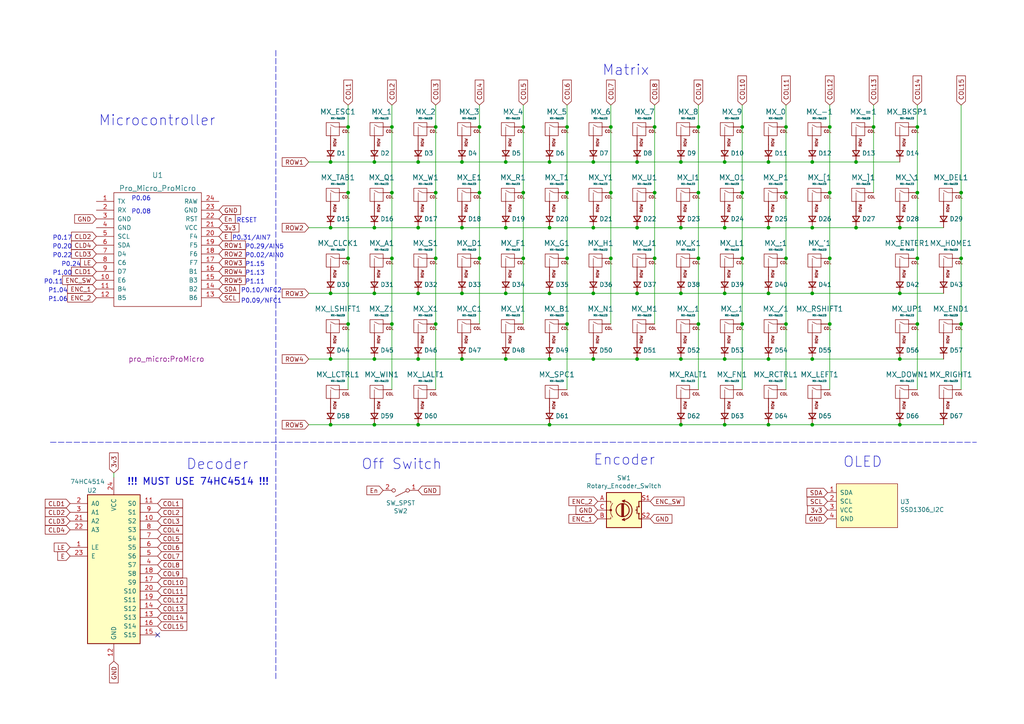
<source format=kicad_sch>
(kicad_sch (version 20211123) (generator eeschema)
  (paper "A4")
  (lib_symbols
    (symbol "Device:D_Small" (pin_numbers hide) (pin_names (offset 0.254) hide)
      (property "Reference" "D" (at -1.27 2.032 0))
      (property "Value" "D_Small" (at -3.81 -2.032 0))
      (symbol "D_Small_1_1"
        (pin passive line (at -2.54 0 0) (length 1.778) (name "K") (number "1"))
        (pin passive line (at 2.54 0 180) (length 1.778) (name "A") (number "2"))
      )
    )
    (symbol "Dissatisfaction65-rescue:Rotary_Encoder_Switch-Device" (pin_names (offset 0.254) hide)
      (property "Reference" "SW" (at 0 6.604 0))
      (property "Value" "Rotary_Encoder_Switch-Device" (at 0 -6.604 0))
      (symbol "Rotary_Encoder_Switch-Device_1_1"
        (pin passive line (at -7.62 2.54 0) (length 2.54) (name "A") (number "A"))
        (pin passive line (at -7.62 -2.54 0) (length 2.54) (name "B") (number "B"))
        (pin passive line (at -7.62 0 0) (length 2.54) (name "C") (number "C"))
        (pin passive line (at 7.62 2.54 180) (length 2.54) (name "S1") (number "S1"))
        (pin passive line (at 7.62 -2.54 180) (length 2.54) (name "S2") (number "S2"))
      )
    )
    (symbol "Dissatisfaction65:74HC4515" (pin_names (offset 1.016))
      (property "Reference" "U" (at -13.97 -6.35 0))
      (property "Value" "74HC4515" (at -13.97 -10.16 0))
      (symbol "74HC4515_1_1"
        (pin input line (at -12.7 5.08 0) (length 5.08) (name "LE") (number "1"))
        (pin output line (at 12.7 12.7 180) (length 5.08) (name "S2") (number "10"))
        (pin output line (at 12.7 17.78 180) (length 5.08) (name "S0") (number "11"))
        (pin power_in line (at 0 -27.94 90) (length 5.08) (name "GND") (number "12"))
        (pin output line (at 12.7 -15.24 180) (length 5.08) (name "S13") (number "13"))
        (pin output line (at 12.7 -12.7 180) (length 5.08) (name "S12") (number "14"))
        (pin output line (at 12.7 -20.32 180) (length 5.08) (name "S15") (number "15"))
        (pin output line (at 12.7 -17.78 180) (length 5.08) (name "S14") (number "16"))
        (pin output line (at 12.7 -5.08 180) (length 5.08) (name "S9") (number "17"))
        (pin output line (at 12.7 -2.54 180) (length 5.08) (name "S8") (number "18"))
        (pin output line (at 12.7 -10.16 180) (length 5.08) (name "S11") (number "19"))
        (pin input line (at -12.7 17.78 0) (length 5.08) (name "A0") (number "2"))
        (pin output line (at 12.7 -7.62 180) (length 5.08) (name "S10") (number "20"))
        (pin input line (at -12.7 12.7 0) (length 5.08) (name "A2") (number "21"))
        (pin input line (at -12.7 10.16 0) (length 5.08) (name "A3") (number "22"))
        (pin input line (at -12.7 2.54 0) (length 5.08) (name "E") (number "23"))
        (pin power_in line (at 0 25.4 270) (length 5.08) (name "VCC") (number "24"))
        (pin input line (at -12.7 15.24 0) (length 5.08) (name "A1") (number "3"))
        (pin output line (at 12.7 0 180) (length 5.08) (name "S7") (number "4"))
        (pin output line (at 12.7 2.54 180) (length 5.08) (name "S6") (number "5"))
        (pin output line (at 12.7 5.08 180) (length 5.08) (name "S5") (number "6"))
        (pin output line (at 12.7 7.62 180) (length 5.08) (name "S4") (number "7"))
        (pin output line (at 12.7 10.16 180) (length 5.08) (name "S3") (number "8"))
        (pin output line (at 12.7 15.24 180) (length 5.08) (name "S1") (number "9"))
      )
    )
    (symbol "Dissatisfaction65:SSD1306_I2C" (pin_names (offset 1.016))
      (property "Reference" "U" (at 0 8.89 0))
      (property "Value" "SSD1306_I2C" (at 0 6.35 0))
      (symbol "SSD1306_I2C_1_1"
        (pin input line (at -11.43 2.54 0) (length 2.54) (name "SDA") (number "1"))
        (pin input line (at -11.43 0 0) (length 2.54) (name "SCL") (number "2"))
        (pin input line (at -11.43 -2.54 0) (length 2.54) (name "VCC") (number "3"))
        (pin input line (at -11.43 -5.08 0) (length 2.54) (name "GND") (number "4"))
      )
    )
    (symbol "MX_Alps_Hybrid:MX-NoLED" (pin_names (offset 1.016))
      (property "Reference" "MX" (at -0.635 3.81 0))
      (property "Value" "MX-NoLED" (at -0.635 1.27 0))
      (symbol "MX-NoLED_0_0"
        (text "COL" (at 3.175 0 0) (effects (font (size 0.762 0.762))))
        (text "ROW" (at 0 -1.905 900) (effects (font (size 0.762 0.762)) (justify right)))
      )
      (symbol "MX-NoLED_1_1"
        (pin passive line (at 3.81 1.27 180) (length 2.54) (name "COL") (number "1"))
        (pin passive line (at -1.27 -3.81 90) (length 2.54) (name "ROW") (number "2"))
      )
    )
    (symbol "Switch:SW_SPST" (pin_names (offset 0) hide)
      (property "Reference" "SW" (at 0 3.175 0))
      (property "Value" "SW_SPST" (at 0 -2.54 0))
      (symbol "SW_SPST_1_1"
        (pin passive line (at -5.08 0 0) (length 2.54) (name "A") (number "1"))
        (pin passive line (at 5.08 0 180) (length 2.54) (name "B") (number "2"))
      )
    )
    (symbol "unix60pcb-cache:Pro_Micro_ProMicro" (pin_names (offset 1.016))
      (property "Reference" "U" (at 0 24.13 0))
      (property "Value" "Pro_Micro_ProMicro" (at 0 -13.97 0))
      (symbol "Pro_Micro_ProMicro_1_1"
        (pin bidirectional line (at -17.78 19.05 0) (length 5.08) (name "TX") (number "1"))
        (pin bidirectional line (at -17.78 -3.81 0) (length 5.08) (name "E6") (number "10"))
        (pin bidirectional line (at -17.78 -6.35 0) (length 5.08) (name "B4") (number "11"))
        (pin bidirectional line (at -17.78 -8.89 0) (length 5.08) (name "B5") (number "12"))
        (pin bidirectional line (at 17.78 -8.89 180) (length 5.08) (name "B6") (number "13"))
        (pin bidirectional line (at 17.78 -6.35 180) (length 5.08) (name "B2") (number "14"))
        (pin bidirectional line (at 17.78 -3.81 180) (length 5.08) (name "B3") (number "15"))
        (pin bidirectional line (at 17.78 -1.27 180) (length 5.08) (name "B1") (number "16"))
        (pin bidirectional line (at 17.78 1.27 180) (length 5.08) (name "F7") (number "17"))
        (pin bidirectional line (at 17.78 3.81 180) (length 5.08) (name "F6") (number "18"))
        (pin bidirectional line (at 17.78 6.35 180) (length 5.08) (name "F5") (number "19"))
        (pin bidirectional line (at -17.78 16.51 0) (length 5.08) (name "RX") (number "2"))
        (pin bidirectional line (at 17.78 8.89 180) (length 5.08) (name "F4") (number "20"))
        (pin power_in line (at 17.78 11.43 180) (length 5.08) (name "VCC") (number "21"))
        (pin input line (at 17.78 13.97 180) (length 5.08) (name "RST") (number "22"))
        (pin power_in line (at 17.78 16.51 180) (length 5.08) (name "GND") (number "23"))
        (pin power_out line (at 17.78 19.05 180) (length 5.08) (name "RAW") (number "24"))
        (pin power_in line (at -17.78 13.97 0) (length 5.08) (name "GND") (number "3"))
        (pin power_in line (at -17.78 11.43 0) (length 5.08) (name "GND") (number "4"))
        (pin bidirectional line (at -17.78 8.89 0) (length 5.08) (name "SCL") (number "5"))
        (pin bidirectional line (at -17.78 6.35 0) (length 5.08) (name "SDA") (number "6"))
        (pin bidirectional line (at -17.78 3.81 0) (length 5.08) (name "D4") (number "7"))
        (pin bidirectional line (at -17.78 1.27 0) (length 5.08) (name "C6") (number "8"))
        (pin bidirectional line (at -17.78 -1.27 0) (length 5.08) (name "D7") (number "9"))
      )
    )
  )
  (junction (at 100.965 93.98))
  (junction (at 266.065 55.88))
  (junction (at 235.585 46.99))
  (junction (at 227.965 74.93))
  (junction (at 164.465 55.88))
  (junction (at 95.885 104.14))
  (junction (at 133.985 85.09))
  (junction (at 177.165 36.83))
  (junction (at 108.585 46.99))
  (junction (at 108.585 123.19))
  (junction (at 121.285 123.19))
  (junction (at 108.585 66.04))
  (junction (at 240.665 93.98))
  (junction (at 151.765 74.93))
  (junction (at 197.485 46.99))
  (junction (at 253.365 36.83))
  (junction (at 146.685 104.14))
  (junction (at 197.485 85.09))
  (junction (at 113.665 93.98))
  (junction (at 172.085 46.99))
  (junction (at 248.285 46.99))
  (junction (at 159.385 66.04))
  (junction (at 146.685 85.09))
  (junction (at 227.965 55.88))
  (junction (at 113.665 36.83))
  (junction (at 133.985 66.04))
  (junction (at 113.665 55.88))
  (junction (at 121.285 104.14))
  (junction (at 100.965 74.93))
  (junction (at 240.665 74.93))
  (junction (at 215.265 55.88))
  (junction (at 100.965 36.83))
  (junction (at 113.665 74.93))
  (junction (at 146.685 46.99))
  (junction (at 184.785 104.14))
  (junction (at 126.365 74.93))
  (junction (at 184.785 46.99))
  (junction (at 235.585 123.19))
  (junction (at 95.885 46.99))
  (junction (at 260.985 104.14))
  (junction (at 202.565 36.83))
  (junction (at 95.885 66.04))
  (junction (at 222.885 123.19))
  (junction (at 159.385 46.99))
  (junction (at 227.965 93.98))
  (junction (at 172.085 66.04))
  (junction (at 164.465 93.98))
  (junction (at 260.985 123.19))
  (junction (at 202.565 55.88))
  (junction (at 260.985 85.09))
  (junction (at 126.365 55.88))
  (junction (at 126.365 93.98))
  (junction (at 235.585 85.09))
  (junction (at 215.265 74.93))
  (junction (at 266.065 36.83))
  (junction (at 121.285 46.99))
  (junction (at 210.185 123.19))
  (junction (at 222.885 85.09))
  (junction (at 210.185 66.04))
  (junction (at 210.185 85.09))
  (junction (at 248.285 66.04))
  (junction (at 164.465 36.83))
  (junction (at 108.585 104.14))
  (junction (at 240.665 36.83))
  (junction (at 266.065 74.93))
  (junction (at 159.385 85.09))
  (junction (at 146.685 66.04))
  (junction (at 121.285 66.04))
  (junction (at 260.985 66.04))
  (junction (at 172.085 104.14))
  (junction (at 95.885 123.19))
  (junction (at 133.985 104.14))
  (junction (at 95.885 85.09))
  (junction (at 222.885 104.14))
  (junction (at 197.485 66.04))
  (junction (at 278.765 55.88))
  (junction (at 172.085 85.09))
  (junction (at 189.865 55.88))
  (junction (at 184.785 85.09))
  (junction (at 266.065 93.98))
  (junction (at 151.765 55.88))
  (junction (at 139.065 55.88))
  (junction (at 177.165 74.93))
  (junction (at 202.565 93.98))
  (junction (at 222.885 66.04))
  (junction (at 227.965 36.83))
  (junction (at 278.765 93.98))
  (junction (at 108.585 85.09))
  (junction (at 164.465 74.93))
  (junction (at 100.965 55.88))
  (junction (at 240.665 55.88))
  (junction (at 121.285 85.09))
  (junction (at 189.865 74.93))
  (junction (at 210.185 104.14))
  (junction (at 235.585 104.14))
  (junction (at 139.065 74.93))
  (junction (at 133.985 46.99))
  (junction (at 202.565 74.93))
  (junction (at 139.065 36.83))
  (junction (at 151.765 36.83))
  (junction (at 210.185 46.99))
  (junction (at 197.485 123.19))
  (junction (at 177.165 55.88))
  (junction (at 189.865 36.83))
  (junction (at 235.585 66.04))
  (junction (at 159.385 123.19))
  (junction (at 159.385 104.14))
  (junction (at 222.885 46.99))
  (junction (at 215.265 93.98))
  (junction (at 184.785 66.04))
  (junction (at 197.485 104.14))
  (junction (at 215.265 36.83))
  (junction (at 126.365 36.83))
  (junction (at 278.765 74.93))
  (no_connect (at 45.72 184.15))
  (wire (pts (xy 177.165 93.98) (xy 177.165 74.93)))
  (wire (pts (xy 215.265 36.83) (xy 215.265 55.88)))
  (wire (pts (xy 253.365 55.88) (xy 253.365 36.83)))
  (wire (pts (xy 164.465 55.88) (xy 164.465 74.93)))
  (wire (pts (xy 227.965 36.83) (xy 227.965 30.48)))
  (wire (pts (xy 266.065 74.93) (xy 266.065 55.88)))
  (wire (pts (xy 121.285 123.19) (xy 159.385 123.19)))
  (wire (pts (xy 113.665 30.48) (xy 113.665 36.83)))
  (wire (pts (xy 222.885 104.14) (xy 235.585 104.14)))
  (wire (pts (xy 240.665 93.98) (xy 240.665 113.03)))
  (wire (pts (xy 210.185 104.14) (xy 222.885 104.14)))
  (wire (pts (xy 260.985 85.09) (xy 235.585 85.09)))
  (wire (pts (xy 202.565 55.88) (xy 202.565 36.83)))
  (wire (pts (xy 184.785 46.99) (xy 172.085 46.99)))
  (polyline (pts (xy 14.605 128.27) (xy 283.21 128.27)))
  (wire (pts (xy 210.185 85.09) (xy 197.485 85.09)))
  (wire (pts (xy 189.865 30.48) (xy 189.865 36.83)))
  (wire (pts (xy 248.285 46.99) (xy 235.585 46.99)))
  (wire (pts (xy 240.665 55.88) (xy 240.665 74.93)))
  (wire (pts (xy 278.765 93.98) (xy 278.765 113.03)))
  (wire (pts (xy 126.365 113.03) (xy 126.365 93.98)))
  (wire (pts (xy 100.965 55.88) (xy 100.965 74.93)))
  (wire (pts (xy 253.365 36.83) (xy 253.365 30.48)))
  (wire (pts (xy 210.185 46.99) (xy 197.485 46.99)))
  (wire (pts (xy 146.685 46.99) (xy 133.985 46.99)))
  (wire (pts (xy 266.065 55.88) (xy 266.065 36.83)))
  (wire (pts (xy 33.02 137.16) (xy 33.02 138.43)))
  (wire (pts (xy 248.285 66.04) (xy 235.585 66.04)))
  (wire (pts (xy 273.685 66.04) (xy 260.985 66.04)))
  (wire (pts (xy 189.865 55.88) (xy 189.865 74.93)))
  (wire (pts (xy 151.765 55.88) (xy 151.765 36.83)))
  (wire (pts (xy 172.085 104.14) (xy 184.785 104.14)))
  (wire (pts (xy 133.985 66.04) (xy 121.285 66.04)))
  (wire (pts (xy 260.985 66.04) (xy 248.285 66.04)))
  (wire (pts (xy 108.585 46.99) (xy 95.885 46.99)))
  (wire (pts (xy 126.365 93.98) (xy 126.365 74.93)))
  (wire (pts (xy 210.185 66.04) (xy 197.485 66.04)))
  (wire (pts (xy 159.385 46.99) (xy 146.685 46.99)))
  (wire (pts (xy 189.865 74.93) (xy 189.865 93.98)))
  (wire (pts (xy 139.065 74.93) (xy 139.065 93.98)))
  (wire (pts (xy 227.965 93.98) (xy 227.965 74.93)))
  (wire (pts (xy 197.485 104.14) (xy 210.185 104.14)))
  (wire (pts (xy 235.585 104.14) (xy 260.985 104.14)))
  (wire (pts (xy 172.085 85.09) (xy 159.385 85.09)))
  (wire (pts (xy 139.065 55.88) (xy 139.065 74.93)))
  (wire (pts (xy 215.265 55.88) (xy 215.265 74.93)))
  (wire (pts (xy 222.885 46.99) (xy 210.185 46.99)))
  (wire (pts (xy 172.085 46.99) (xy 159.385 46.99)))
  (wire (pts (xy 222.885 123.19) (xy 235.585 123.19)))
  (wire (pts (xy 108.585 66.04) (xy 95.885 66.04)))
  (wire (pts (xy 202.565 93.98) (xy 202.565 74.93)))
  (wire (pts (xy 146.685 85.09) (xy 133.985 85.09)))
  (wire (pts (xy 222.885 85.09) (xy 210.185 85.09)))
  (wire (pts (xy 113.665 113.03) (xy 113.665 93.98)))
  (wire (pts (xy 95.885 104.14) (xy 108.585 104.14)))
  (wire (pts (xy 126.365 55.88) (xy 126.365 36.83)))
  (wire (pts (xy 235.585 85.09) (xy 222.885 85.09)))
  (wire (pts (xy 240.665 30.48) (xy 240.665 36.83)))
  (wire (pts (xy 227.965 113.03) (xy 227.965 93.98)))
  (wire (pts (xy 108.585 123.19) (xy 121.285 123.19)))
  (wire (pts (xy 159.385 85.09) (xy 146.685 85.09)))
  (wire (pts (xy 95.885 123.19) (xy 89.535 123.19)))
  (wire (pts (xy 266.065 30.48) (xy 266.065 36.83)))
  (wire (pts (xy 222.885 66.04) (xy 210.185 66.04)))
  (wire (pts (xy 113.665 55.88) (xy 113.665 36.83)))
  (wire (pts (xy 266.065 113.03) (xy 266.065 93.98)))
  (wire (pts (xy 260.985 104.14) (xy 273.685 104.14)))
  (wire (pts (xy 240.665 74.93) (xy 240.665 93.98)))
  (wire (pts (xy 278.765 30.48) (xy 278.765 55.88)))
  (wire (pts (xy 159.385 66.04) (xy 146.685 66.04)))
  (wire (pts (xy 202.565 36.83) (xy 202.565 30.48)))
  (wire (pts (xy 164.465 30.48) (xy 164.465 36.83)))
  (wire (pts (xy 121.285 85.09) (xy 108.585 85.09)))
  (wire (pts (xy 121.285 66.04) (xy 108.585 66.04)))
  (wire (pts (xy 100.965 30.48) (xy 100.965 36.83)))
  (wire (pts (xy 133.985 46.99) (xy 121.285 46.99)))
  (wire (pts (xy 278.765 74.93) (xy 278.765 93.98)))
  (wire (pts (xy 89.535 85.09) (xy 95.885 85.09)))
  (wire (pts (xy 215.265 93.98) (xy 215.265 113.03)))
  (wire (pts (xy 95.885 123.19) (xy 108.585 123.19)))
  (wire (pts (xy 95.885 104.14) (xy 89.535 104.14)))
  (wire (pts (xy 177.165 36.83) (xy 177.165 30.48)))
  (wire (pts (xy 278.765 55.88) (xy 278.765 74.93)))
  (wire (pts (xy 126.365 36.83) (xy 126.365 30.48)))
  (wire (pts (xy 159.385 104.14) (xy 172.085 104.14)))
  (wire (pts (xy 210.185 123.19) (xy 222.885 123.19)))
  (wire (pts (xy 100.965 74.93) (xy 100.965 93.98)))
  (wire (pts (xy 197.485 85.09) (xy 184.785 85.09)))
  (wire (pts (xy 235.585 46.99) (xy 222.885 46.99)))
  (wire (pts (xy 184.785 104.14) (xy 197.485 104.14)))
  (wire (pts (xy 266.065 93.98) (xy 266.065 74.93)))
  (wire (pts (xy 139.065 36.83) (xy 139.065 55.88)))
  (wire (pts (xy 126.365 74.93) (xy 126.365 55.88)))
  (wire (pts (xy 95.885 66.04) (xy 89.535 66.04)))
  (wire (pts (xy 121.285 46.99) (xy 108.585 46.99)))
  (wire (pts (xy 197.485 46.99) (xy 184.785 46.99)))
  (wire (pts (xy 177.165 55.88) (xy 177.165 36.83)))
  (wire (pts (xy 100.965 93.98) (xy 100.965 113.03)))
  (wire (pts (xy 133.985 85.09) (xy 121.285 85.09)))
  (wire (pts (xy 240.665 36.83) (xy 240.665 55.88)))
  (wire (pts (xy 227.965 55.88) (xy 227.965 36.83)))
  (wire (pts (xy 215.265 30.48) (xy 215.265 36.83)))
  (wire (pts (xy 164.465 74.93) (xy 164.465 93.98)))
  (wire (pts (xy 146.685 104.14) (xy 159.385 104.14)))
  (polyline (pts (xy 80.01 14.605) (xy 80.01 196.85)))
  (wire (pts (xy 151.765 36.83) (xy 151.765 30.48)))
  (wire (pts (xy 151.765 93.98) (xy 151.765 74.93)))
  (wire (pts (xy 260.985 123.19) (xy 273.685 123.19)))
  (wire (pts (xy 177.165 74.93) (xy 177.165 55.88)))
  (wire (pts (xy 215.265 74.93) (xy 215.265 93.98)))
  (wire (pts (xy 164.465 93.98) (xy 164.465 113.03)))
  (wire (pts (xy 113.665 93.98) (xy 113.665 74.93)))
  (wire (pts (xy 95.885 46.99) (xy 89.535 46.99)))
  (wire (pts (xy 159.385 123.19) (xy 197.485 123.19)))
  (wire (pts (xy 151.765 74.93) (xy 151.765 55.88)))
  (wire (pts (xy 133.985 104.14) (xy 146.685 104.14)))
  (wire (pts (xy 235.585 123.19) (xy 260.985 123.19)))
  (wire (pts (xy 202.565 74.93) (xy 202.565 55.88)))
  (wire (pts (xy 108.585 104.14) (xy 121.285 104.14)))
  (wire (pts (xy 113.665 74.93) (xy 113.665 55.88)))
  (wire (pts (xy 184.785 66.04) (xy 172.085 66.04)))
  (wire (pts (xy 108.585 85.09) (xy 95.885 85.09)))
  (wire (pts (xy 189.865 36.83) (xy 189.865 55.88)))
  (wire (pts (xy 227.965 74.93) (xy 227.965 55.88)))
  (wire (pts (xy 184.785 85.09) (xy 172.085 85.09)))
  (wire (pts (xy 100.965 36.83) (xy 100.965 55.88)))
  (wire (pts (xy 197.485 123.19) (xy 210.185 123.19)))
  (wire (pts (xy 139.065 30.48) (xy 139.065 36.83)))
  (wire (pts (xy 172.085 66.04) (xy 159.385 66.04)))
  (wire (pts (xy 146.685 66.04) (xy 133.985 66.04)))
  (wire (pts (xy 235.585 66.04) (xy 222.885 66.04)))
  (wire (pts (xy 164.465 36.83) (xy 164.465 55.88)))
  (wire (pts (xy 260.985 46.99) (xy 248.285 46.99)))
  (wire (pts (xy 273.685 85.09) (xy 260.985 85.09)))
  (wire (pts (xy 197.485 66.04) (xy 184.785 66.04)))
  (wire (pts (xy 202.565 113.03) (xy 202.565 93.98)))
  (wire (pts (xy 121.285 104.14) (xy 133.985 104.14)))
  (text "P0.20\n" (at 15.2062 72.3678 0) (effects (font (size 1.27 1.27)) (justify left bottom)))
  (text "P0.08\n" (at 38.1 62.23 0) (effects (font (size 1.27 1.27)) (justify left bottom)))
  (text "P0.24\n" (at 17.78 77.47 0) (effects (font (size 1.27 1.27)) (justify left bottom)))
  (text "P0.29/AIN5\n" (at 71.12 72.39 0) (effects (font (size 1.27 1.27)) (justify left bottom)))
  (text "!!! MUST USE 74HC4514 !!!" (at 36.83 140.97 0) (effects (font (size 2 2) (thickness 0.254) bold) (justify left bottom)))
  (text "Decoder" (at 53.975 136.525 0) (effects (font (size 2.9972 2.9972)) (justify left bottom)))
  (text "P1.06\n" (at 13.97 87.63 0) (effects (font (size 1.27 1.27)) (justify left bottom)))
  (text "P1.11\n" (at 71.12 82.55 0) (effects (font (size 1.27 1.27)) (justify left bottom)))
  (text "P0.31/AIN7" (at 67.31 69.85 0) (effects (font (size 1.27 1.27)) (justify left bottom)))
  (text "Microcontroller" (at 28.575 36.83 0) (effects (font (size 2.9972 2.9972)) (justify left bottom)))
  (text "P0.06\n" (at 38.1 58.42 0) (effects (font (size 1.27 1.27)) (justify left bottom)))
  (text "P0.22\n" (at 15.24 74.93 0) (effects (font (size 1.27 1.27)) (justify left bottom)))
  (text "Off Switch" (at 104.775 136.525 0) (effects (font (size 2.9972 2.9972)) (justify left bottom)))
  (text "P1.00\n" (at 15.24 80.01 0) (effects (font (size 1.27 1.27)) (justify left bottom)))
  (text "P0.02/AIN0\n" (at 71.12 74.93 0) (effects (font (size 1.27 1.27)) (justify left bottom)))
  (text "OLED" (at 244.475 135.89 0) (effects (font (size 2.9972 2.9972)) (justify left bottom)))
  (text "P0.10/NFC2\n" (at 69.85 85.09 0) (effects (font (size 1.27 1.27)) (justify left bottom)))
  (text "Matrix" (at 174.625 22.225 0) (effects (font (size 2.9972 2.9972)) (justify left bottom)))
  (text "P0.09/NFC1\n\n" (at 69.85 90.17 0) (effects (font (size 1.27 1.27)) (justify left bottom)))
  (text "P1.04\n" (at 13.97 85.09 0) (effects (font (size 1.27 1.27)) (justify left bottom)))
  (text "P0.11\n" (at 12.7 82.55 0) (effects (font (size 1.27 1.27)) (justify left bottom)))
  (text "RESET" (at 68.58 64.77 0) (effects (font (size 1.27 1.27)) (justify left bottom)))
  (text "Encoder" (at 172.085 135.255 0) (effects (font (size 2.9972 2.9972)) (justify left bottom)))
  (text "P1.13\n" (at 71.12 80.01 0) (effects (font (size 1.27 1.27)) (justify left bottom)))
  (text "P1.15" (at 71.12 77.47 0) (effects (font (size 1.27 1.27)) (justify left bottom)))
  (text "P0.17\n" (at 15.24 69.85 0) (effects (font (size 1.27 1.27)) (justify left bottom)))
  (global_label "GND" (shape input) (at 33.02 191.77 270) (property "Intersheet References" "${INTERSHEET_REFS}" (effects hide)))
  (global_label "GND" (shape input) (at 27.94 63.5 180) (property "Intersheet References" "${INTERSHEET_REFS}" (effects hide)))
  (global_label "ENC_2" (shape input) (at 27.94 86.36 180) (property "Intersheet References" "${INTERSHEET_REFS}" (effects hide)))
  (global_label "ROW2" (shape input) (at 63.5 73.66 0) (property "Intersheet References" "${INTERSHEET_REFS}" (effects hide)))
  (global_label "COL13" (shape input) (at 45.72 176.53 0) (property "Intersheet References" "${INTERSHEET_REFS}" (effects hide)))
  (global_label "COL12" (shape input) (at 45.72 173.99 0) (property "Intersheet References" "${INTERSHEET_REFS}" (effects hide)))
  (global_label "CLD3" (shape input) (at 27.94 73.66 180) (property "Intersheet References" "${INTERSHEET_REFS}" (effects hide)))
  (global_label "COL1" (shape input) (at 45.72 146.05 0) (property "Intersheet References" "${INTERSHEET_REFS}" (effects hide)))
  (global_label "GND" (shape input) (at 188.595 150.495 0) (property "Intersheet References" "${INTERSHEET_REFS}" (effects hide)))
  (global_label "E" (shape input) (at 63.5 68.58 0) (property "Intersheet References" "${INTERSHEET_REFS}" (effects hide)))
  (global_label "E" (shape input) (at 20.32 161.29 180) (property "Intersheet References" "${INTERSHEET_REFS}" (effects hide)))
  (global_label "COL4" (shape input) (at 45.72 153.67 0) (property "Intersheet References" "${INTERSHEET_REFS}" (effects hide)))
  (global_label "En" (shape input) (at 111.125 142.24 180) (property "Intersheet References" "${INTERSHEET_REFS}" (effects hide)))
  (global_label "CLD2" (shape input) (at 27.94 68.58 180) (property "Intersheet References" "${INTERSHEET_REFS}" (effects hide)))
  (global_label "SCL" (shape input) (at 63.5 86.36 0) (property "Intersheet References" "${INTERSHEET_REFS}" (effects hide)))
  (global_label "CLD1" (shape input) (at 20.32 146.05 180) (property "Intersheet References" "${INTERSHEET_REFS}" (effects hide)))
  (global_label "GND" (shape input) (at 173.355 147.955 180) (property "Intersheet References" "${INTERSHEET_REFS}" (effects hide)))
  (global_label "COL9" (shape input) (at 45.72 166.37 0) (property "Intersheet References" "${INTERSHEET_REFS}" (effects hide)))
  (global_label "ENC_SW" (shape input) (at 27.94 81.28 180) (property "Intersheet References" "${INTERSHEET_REFS}" (effects hide)))
  (global_label "ENC_1" (shape input) (at 173.355 150.495 180) (property "Intersheet References" "${INTERSHEET_REFS}" (effects hide)))
  (global_label "ROW3" (shape input) (at 89.535 85.09 180) (property "Intersheet References" "${INTERSHEET_REFS}" (effects hide)))
  (global_label "SDA" (shape input) (at 240.03 142.875 180) (property "Intersheet References" "${INTERSHEET_REFS}" (effects hide)))
  (global_label "COL9" (shape input) (at 202.565 30.48 90) (property "Intersheet References" "${INTERSHEET_REFS}" (effects hide)))
  (global_label "COL11" (shape input) (at 227.965 30.48 90) (property "Intersheet References" "${INTERSHEET_REFS}" (effects hide)))
  (global_label "ENC_1" (shape input) (at 27.94 83.82 180) (property "Intersheet References" "${INTERSHEET_REFS}" (effects hide)))
  (global_label "En" (shape input) (at 63.5 63.5 0) (property "Intersheet References" "${INTERSHEET_REFS}" (effects hide)))
  (global_label "ROW3" (shape input) (at 63.5 76.2 0) (property "Intersheet References" "${INTERSHEET_REFS}" (effects hide)))
  (global_label "ROW5" (shape input) (at 89.535 123.19 180) (property "Intersheet References" "${INTERSHEET_REFS}" (effects hide)))
  (global_label "SDA" (shape input) (at 63.5 83.82 0) (property "Intersheet References" "${INTERSHEET_REFS}" (effects hide)))
  (global_label "SCL" (shape input) (at 240.03 145.415 180) (property "Intersheet References" "${INTERSHEET_REFS}" (effects hide)))
  (global_label "3v3" (shape input) (at 240.03 147.955 180) (property "Intersheet References" "${INTERSHEET_REFS}" (effects hide)))
  (global_label "CLD4" (shape input) (at 20.32 153.67 180) (property "Intersheet References" "${INTERSHEET_REFS}" (effects hide)))
  (global_label "3v3" (shape input) (at 63.5 66.04 0) (property "Intersheet References" "${INTERSHEET_REFS}" (effects hide)))
  (global_label "COL6" (shape input) (at 164.465 30.48 90) (property "Intersheet References" "${INTERSHEET_REFS}" (effects hide)))
  (global_label "COL14" (shape input) (at 266.065 30.48 90) (property "Intersheet References" "${INTERSHEET_REFS}" (effects hide)))
  (global_label "ROW4" (shape input) (at 89.535 104.14 180) (property "Intersheet References" "${INTERSHEET_REFS}" (effects hide)))
  (global_label "GND" (shape input) (at 240.03 150.495 180) (property "Intersheet References" "${INTERSHEET_REFS}" (effects hide)))
  (global_label "ROW4" (shape input) (at 63.5 78.74 0) (property "Intersheet References" "${INTERSHEET_REFS}" (effects hide)))
  (global_label "COL6" (shape input) (at 45.72 158.75 0) (property "Intersheet References" "${INTERSHEET_REFS}" (effects hide)))
  (global_label "LE" (shape input) (at 20.32 158.75 180) (property "Intersheet References" "${INTERSHEET_REFS}" (effects hide)))
  (global_label "COL1" (shape input) (at 100.965 30.48 90) (property "Intersheet References" "${INTERSHEET_REFS}" (effects hide)))
  (global_label "COL4" (shape input) (at 139.065 30.48 90) (property "Intersheet References" "${INTERSHEET_REFS}" (effects hide)))
  (global_label "CLD2" (shape input) (at 20.32 148.59 180) (property "Intersheet References" "${INTERSHEET_REFS}" (effects hide)))
  (global_label "COL10" (shape input) (at 215.265 30.48 90) (property "Intersheet References" "${INTERSHEET_REFS}" (effects hide)))
  (global_label "CLD1" (shape input) (at 27.94 78.74 180) (property "Intersheet References" "${INTERSHEET_REFS}" (effects hide)))
  (global_label "COL8" (shape input) (at 45.72 163.83 0) (property "Intersheet References" "${INTERSHEET_REFS}" (effects hide)))
  (global_label "ROW1" (shape input) (at 89.535 46.99 180) (property "Intersheet References" "${INTERSHEET_REFS}" (effects hide)))
  (global_label "GND" (shape input) (at 63.5 60.96 0) (property "Intersheet References" "${INTERSHEET_REFS}" (effects hide)))
  (global_label "COL11" (shape input) (at 45.72 171.45 0) (property "Intersheet References" "${INTERSHEET_REFS}" (effects hide)))
  (global_label "ENC_SW" (shape input) (at 188.595 145.415 0) (property "Intersheet References" "${INTERSHEET_REFS}" (effects hide)))
  (global_label "ROW5" (shape input) (at 63.5 81.28 0) (property "Intersheet References" "${INTERSHEET_REFS}" (effects hide)))
  (global_label "LE" (shape input) (at 27.94 76.2 180) (property "Intersheet References" "${INTERSHEET_REFS}" (effects hide)))
  (global_label "COL10" (shape input) (at 45.72 168.91 0) (property "Intersheet References" "${INTERSHEET_REFS}" (effects hide)))
  (global_label "COL2" (shape input) (at 113.665 30.48 90) (property "Intersheet References" "${INTERSHEET_REFS}" (effects hide)))
  (global_label "GND" (shape input) (at 121.285 142.24 0) (property "Intersheet References" "${INTERSHEET_REFS}" (effects hide)))
  (global_label "ENC_2" (shape input) (at 173.355 145.415 180) (property "Intersheet References" "${INTERSHEET_REFS}" (effects hide)))
  (global_label "COL14" (shape input) (at 45.72 179.07 0) (property "Intersheet References" "${INTERSHEET_REFS}" (effects hide)))
  (global_label "COL2" (shape input) (at 45.72 148.59 0) (property "Intersheet References" "${INTERSHEET_REFS}" (effects hide)))
  (global_label "COL7" (shape input) (at 177.165 30.48 90) (property "Intersheet References" "${INTERSHEET_REFS}" (effects hide)))
  (global_label "CLD3" (shape input) (at 20.32 151.13 180) (property "Intersheet References" "${INTERSHEET_REFS}" (effects hide)))
  (global_label "COL7" (shape input) (at 45.72 161.29 0) (property "Intersheet References" "${INTERSHEET_REFS}" (effects hide)))
  (global_label "CLD4" (shape input) (at 27.94 71.12 180) (property "Intersheet References" "${INTERSHEET_REFS}" (effects hide)))
  (global_label "COL13" (shape input) (at 253.365 30.48 90) (property "Intersheet References" "${INTERSHEET_REFS}" (effects hide)))
  (global_label "ROW2" (shape input) (at 89.535 66.04 180) (property "Intersheet References" "${INTERSHEET_REFS}" (effects hide)))
  (global_label "COL5" (shape input) (at 45.72 156.21 0) (property "Intersheet References" "${INTERSHEET_REFS}" (effects hide)))
  (global_label "COL3" (shape input) (at 45.72 151.13 0) (property "Intersheet References" "${INTERSHEET_REFS}" (effects hide)))
  (global_label "COL12" (shape input) (at 240.665 30.48 90) (property "Intersheet References" "${INTERSHEET_REFS}" (effects hide)))
  (global_label "COL3" (shape input) (at 126.365 30.48 90) (property "Intersheet References" "${INTERSHEET_REFS}" (effects hide)))
  (global_label "COL15" (shape input) (at 278.765 30.48 90) (property "Intersheet References" "${INTERSHEET_REFS}" (effects hide)))
  (global_label "3v3" (shape input) (at 33.02 137.16 90) (property "Intersheet References" "${INTERSHEET_REFS}" (effects hide)))
  (global_label "COL5" (shape input) (at 151.765 30.48 90) (property "Intersheet References" "${INTERSHEET_REFS}" (effects hide)))
  (global_label "COL15" (shape input) (at 45.72 181.61 0) (property "Intersheet References" "${INTERSHEET_REFS}" (effects hide)))
  (global_label "COL8" (shape input) (at 189.865 30.48 90) (property "Intersheet References" "${INTERSHEET_REFS}" (effects hide)))
  (global_label "ROW1" (shape input) (at 63.5 71.12 0) (property "Intersheet References" "${INTERSHEET_REFS}" (effects hide)))
  (symbol (lib_id "MX_Alps_Hybrid:MX-NoLED") (at 97.155 38.1 0) (unit 1)
    (property "Reference" "MX_ESC1" (at 97.9932 32.4358 0) (effects (font (size 1.524 1.524))))
    (property "Value" "MX-NoLED" (at 97.9932 34.3154 0) (effects (font (size 0.508 0.508))))
    (property "Footprint" "MX_Only:MXOnly-1U-NoLED" (effects hide))
  )
  (symbol (lib_id "MX_Alps_Hybrid:MX-NoLED") (at 109.855 38.1 0) (unit 1)
    (property "Reference" "MX_1" (at 110.6932 32.4358 0) (effects (font (size 1.524 1.524))))
    (property "Value" "MX-NoLED" (at 110.6932 34.3154 0) (effects (font (size 0.508 0.508))))
    (property "Footprint" "MX_Only:MXOnly-1U-NoLED" (effects hide))
  )
  (symbol (lib_id "MX_Alps_Hybrid:MX-NoLED") (at 122.555 38.1 0) (unit 1)
    (property "Reference" "MX_2" (at 123.3932 32.4358 0) (effects (font (size 1.524 1.524))))
    (property "Value" "MX-NoLED" (at 123.3932 34.3154 0) (effects (font (size 0.508 0.508))))
    (property "Footprint" "MX_Only:MXOnly-1U-NoLED" (effects hide))
  )
  (symbol (lib_id "MX_Alps_Hybrid:MX-NoLED") (at 135.255 38.1 0) (unit 1)
    (property "Reference" "MX_3" (at 136.0932 32.4358 0) (effects (font (size 1.524 1.524))))
    (property "Value" "MX-NoLED" (at 136.0932 34.3154 0) (effects (font (size 0.508 0.508))))
    (property "Footprint" "MX_Only:MXOnly-1U-NoLED" (effects hide))
  )
  (symbol (lib_id "MX_Alps_Hybrid:MX-NoLED") (at 147.955 38.1 0) (unit 1)
    (property "Reference" "MX_4" (at 148.7932 32.4358 0) (effects (font (size 1.524 1.524))))
    (property "Value" "MX-NoLED" (at 148.7932 34.3154 0) (effects (font (size 0.508 0.508))))
    (property "Footprint" "MX_Only:MXOnly-1U-NoLED" (effects hide))
  )
  (symbol (lib_id "Dissatisfaction65-rescue:Rotary_Encoder_Switch-Device") (at 180.975 147.955 0) (unit 1)
    (property "Reference" "SW1" (at 180.975 138.6332 0))
    (property "Value" "Rotary_Encoder_Switch" (at 180.975 140.9446 0))
    (property "Footprint" "Rotary_Encoder:RotaryEncoder_Alps_EC11E-Switch_Vertical_H20mm" (effects hide))
  )
  (symbol (lib_id "Dissatisfaction65:74HC4515") (at 33.02 163.83 0) (unit 1)
    (property "Reference" "U2" (at 26.67 142.24 0))
    (property "Value" "74HC4514" (at 25.4 139.7 0))
    (property "Footprint" "Package_SO:SOIC-24W_7.5x15.4mm_P1.27mm" (effects hide))
  )
  (symbol (lib_id "Dissatisfaction65:SSD1306_I2C") (at 251.46 145.415 0) (unit 1)
    (property "Reference" "U3" (at 261.0612 145.5166 0) (effects (justify left)))
    (property "Value" "SSD1306_I2C" (at 261.0612 147.828 0) (effects (justify left)))
    (property "Footprint" "Dissatisfaction65:OLED" (effects hide))
  )
  (symbol (lib_id "MX_Alps_Hybrid:MX-NoLED") (at 160.655 38.1 0) (unit 1)
    (property "Reference" "MX_5" (at 161.4932 32.4358 0) (effects (font (size 1.524 1.524))))
    (property "Value" "MX-NoLED" (at 161.4932 34.3154 0) (effects (font (size 0.508 0.508))))
    (property "Footprint" "MX_Only:MXOnly-1U-NoLED" (effects hide))
  )
  (symbol (lib_id "MX_Alps_Hybrid:MX-NoLED") (at 173.355 38.1 0) (unit 1)
    (property "Reference" "MX_6" (at 174.1932 32.4358 0) (effects (font (size 1.524 1.524))))
    (property "Value" "MX-NoLED" (at 174.1932 34.3154 0) (effects (font (size 0.508 0.508))))
    (property "Footprint" "MX_Only:MXOnly-1U-NoLED" (effects hide))
  )
  (symbol (lib_id "MX_Alps_Hybrid:MX-NoLED") (at 186.055 38.1 0) (unit 1)
    (property "Reference" "MX_7" (at 186.8932 32.4358 0) (effects (font (size 1.524 1.524))))
    (property "Value" "MX-NoLED" (at 186.8932 34.3154 0) (effects (font (size 0.508 0.508))))
    (property "Footprint" "MX_Only:MXOnly-1U-NoLED" (effects hide))
  )
  (symbol (lib_id "MX_Alps_Hybrid:MX-NoLED") (at 198.755 38.1 0) (unit 1)
    (property "Reference" "MX_8" (at 199.5932 32.4358 0) (effects (font (size 1.524 1.524))))
    (property "Value" "MX-NoLED" (at 199.5932 34.3154 0) (effects (font (size 0.508 0.508))))
    (property "Footprint" "MX_Only:MXOnly-1U-NoLED" (effects hide))
  )
  (symbol (lib_id "MX_Alps_Hybrid:MX-NoLED") (at 211.455 38.1 0) (unit 1)
    (property "Reference" "MX_9" (at 212.2932 32.4358 0) (effects (font (size 1.524 1.524))))
    (property "Value" "MX-NoLED" (at 212.2932 34.3154 0) (effects (font (size 0.508 0.508))))
    (property "Footprint" "MX_Only:MXOnly-1U-NoLED" (effects hide))
  )
  (symbol (lib_id "MX_Alps_Hybrid:MX-NoLED") (at 224.155 38.1 0) (unit 1)
    (property "Reference" "MX_0" (at 224.9932 32.4358 0) (effects (font (size 1.524 1.524))))
    (property "Value" "MX-NoLED" (at 224.9932 34.3154 0) (effects (font (size 0.508 0.508))))
    (property "Footprint" "MX_Only:MXOnly-1U-NoLED" (effects hide))
  )
  (symbol (lib_id "MX_Alps_Hybrid:MX-NoLED") (at 236.855 38.1 0) (unit 1)
    (property "Reference" "MX_-1" (at 237.6932 32.4358 0) (effects (font (size 1.524 1.524))))
    (property "Value" "MX-NoLED" (at 237.6932 34.3154 0) (effects (font (size 0.508 0.508))))
    (property "Footprint" "MX_Only:MXOnly-1U-NoLED" (effects hide))
  )
  (symbol (lib_id "MX_Alps_Hybrid:MX-NoLED") (at 249.555 38.1 0) (unit 1)
    (property "Reference" "MX_=1" (at 250.3932 32.4358 0) (effects (font (size 1.524 1.524))))
    (property "Value" "MX-NoLED" (at 250.3932 34.3154 0) (effects (font (size 0.508 0.508))))
    (property "Footprint" "MX_Only:MXOnly-1U-NoLED" (effects hide))
  )
  (symbol (lib_id "MX_Alps_Hybrid:MX-NoLED") (at 262.255 38.1 0) (unit 1)
    (property "Reference" "MX_BKSP1" (at 263.0932 32.4358 0) (effects (font (size 1.524 1.524))))
    (property "Value" "MX-NoLED" (at 263.0932 34.3154 0) (effects (font (size 0.508 0.508))))
    (property "Footprint" "MX_Only:MXOnly-2U-NoLED" (effects hide))
  )
  (symbol (lib_id "MX_Alps_Hybrid:MX-NoLED") (at 97.155 57.15 0) (unit 1)
    (property "Reference" "MX_TAB1" (at 97.9932 51.4858 0) (effects (font (size 1.524 1.524))))
    (property "Value" "MX-NoLED" (at 97.9932 53.3654 0) (effects (font (size 0.508 0.508))))
    (property "Footprint" "MX_Only:MXOnly-1.5U-NoLED" (effects hide))
  )
  (symbol (lib_id "MX_Alps_Hybrid:MX-NoLED") (at 109.855 57.15 0) (unit 1)
    (property "Reference" "MX_Q1" (at 110.6932 51.4858 0) (effects (font (size 1.524 1.524))))
    (property "Value" "MX-NoLED" (at 110.6932 53.3654 0) (effects (font (size 0.508 0.508))))
    (property "Footprint" "MX_Only:MXOnly-1U-NoLED" (effects hide))
  )
  (symbol (lib_id "MX_Alps_Hybrid:MX-NoLED") (at 122.555 57.15 0) (unit 1)
    (property "Reference" "MX_W1" (at 123.3932 51.4858 0) (effects (font (size 1.524 1.524))))
    (property "Value" "MX-NoLED" (at 123.3932 53.3654 0) (effects (font (size 0.508 0.508))))
    (property "Footprint" "MX_Only:MXOnly-1U-NoLED" (effects hide))
  )
  (symbol (lib_id "MX_Alps_Hybrid:MX-NoLED") (at 135.255 57.15 0) (unit 1)
    (property "Reference" "MX_E1" (at 136.0932 51.4858 0) (effects (font (size 1.524 1.524))))
    (property "Value" "MX-NoLED" (at 136.0932 53.3654 0) (effects (font (size 0.508 0.508))))
    (property "Footprint" "MX_Only:MXOnly-1U-NoLED" (effects hide))
  )
  (symbol (lib_id "MX_Alps_Hybrid:MX-NoLED") (at 147.955 57.15 0) (unit 1)
    (property "Reference" "MX_R1" (at 148.7932 51.4858 0) (effects (font (size 1.524 1.524))))
    (property "Value" "MX-NoLED" (at 148.7932 53.3654 0) (effects (font (size 0.508 0.508))))
    (property "Footprint" "MX_Only:MXOnly-1U-NoLED" (effects hide))
  )
  (symbol (lib_id "MX_Alps_Hybrid:MX-NoLED") (at 160.655 57.15 0) (unit 1)
    (property "Reference" "MX_T1" (at 161.4932 51.4858 0) (effects (font (size 1.524 1.524))))
    (property "Value" "MX-NoLED" (at 161.4932 53.3654 0) (effects (font (size 0.508 0.508))))
    (property "Footprint" "MX_Only:MXOnly-1U-NoLED" (effects hide))
  )
  (symbol (lib_id "MX_Alps_Hybrid:MX-NoLED") (at 173.355 57.15 0) (unit 1)
    (property "Reference" "MX_Y1" (at 174.1932 51.4858 0) (effects (font (size 1.524 1.524))))
    (property "Value" "MX-NoLED" (at 174.1932 53.3654 0) (effects (font (size 0.508 0.508))))
    (property "Footprint" "MX_Only:MXOnly-1U-NoLED" (effects hide))
  )
  (symbol (lib_id "MX_Alps_Hybrid:MX-NoLED") (at 186.055 57.15 0) (unit 1)
    (property "Reference" "MX_U1" (at 186.8932 51.4858 0) (effects (font (size 1.524 1.524))))
    (property "Value" "MX-NoLED" (at 186.8932 53.3654 0) (effects (font (size 0.508 0.508))))
    (property "Footprint" "MX_Only:MXOnly-1U-NoLED" (effects hide))
  )
  (symbol (lib_id "MX_Alps_Hybrid:MX-NoLED") (at 198.755 57.15 0) (unit 1)
    (property "Reference" "MX_I1" (at 199.5932 51.4858 0) (effects (font (size 1.524 1.524))))
    (property "Value" "MX-NoLED" (at 199.5932 53.3654 0) (effects (font (size 0.508 0.508))))
    (property "Footprint" "MX_Only:MXOnly-1U-NoLED" (effects hide))
  )
  (symbol (lib_id "MX_Alps_Hybrid:MX-NoLED") (at 211.455 57.15 0) (unit 1)
    (property "Reference" "MX_O1" (at 212.2932 51.4858 0) (effects (font (size 1.524 1.524))))
    (property "Value" "MX-NoLED" (at 212.2932 53.3654 0) (effects (font (size 0.508 0.508))))
    (property "Footprint" "MX_Only:MXOnly-1U-NoLED" (effects hide))
  )
  (symbol (lib_id "MX_Alps_Hybrid:MX-NoLED") (at 224.155 57.15 0) (unit 1)
    (property "Reference" "MX_P1" (at 224.9932 51.4858 0) (effects (font (size 1.524 1.524))))
    (property "Value" "MX-NoLED" (at 224.9932 53.3654 0) (effects (font (size 0.508 0.508))))
    (property "Footprint" "MX_Only:MXOnly-1U-NoLED" (effects hide))
  )
  (symbol (lib_id "MX_Alps_Hybrid:MX-NoLED") (at 236.855 57.15 0) (unit 1)
    (property "Reference" "MX_[1" (at 237.6932 51.4858 0) (effects (font (size 1.524 1.524))))
    (property "Value" "MX-NoLED" (at 237.6932 53.3654 0) (effects (font (size 0.508 0.508))))
    (property "Footprint" "MX_Only:MXOnly-1U-NoLED" (effects hide))
  )
  (symbol (lib_id "MX_Alps_Hybrid:MX-NoLED") (at 249.555 57.15 0) (unit 1)
    (property "Reference" "MX_]1" (at 250.3932 51.4858 0) (effects (font (size 1.524 1.524))))
    (property "Value" "MX-NoLED" (at 250.3932 53.3654 0) (effects (font (size 0.508 0.508))))
    (property "Footprint" "MX_Only:MXOnly-1U-NoLED" (effects hide))
  )
  (symbol (lib_id "MX_Alps_Hybrid:MX-NoLED") (at 262.255 57.15 0) (unit 1)
    (property "Reference" "MX_\\1" (at 263.0932 51.4858 0) (effects (font (size 1.524 1.524))))
    (property "Value" "MX-NoLED" (at 263.0932 53.3654 0) (effects (font (size 0.508 0.508))))
    (property "Footprint" "MX_Only:MXOnly-1.5U-NoLED" (effects hide))
  )
  (symbol (lib_id "MX_Alps_Hybrid:MX-NoLED") (at 274.955 57.15 0) (unit 1)
    (property "Reference" "MX_DEL1" (at 275.7932 51.4858 0) (effects (font (size 1.524 1.524))))
    (property "Value" "MX-NoLED" (at 275.7932 53.3654 0) (effects (font (size 0.508 0.508))))
    (property "Footprint" "MX_Only:MXOnly-1U-NoLED" (effects hide))
  )
  (symbol (lib_id "MX_Alps_Hybrid:MX-NoLED") (at 97.155 76.2 0) (unit 1)
    (property "Reference" "MX_CLCK1" (at 97.9932 70.5358 0) (effects (font (size 1.524 1.524))))
    (property "Value" "MX-NoLED" (at 97.9932 72.4154 0) (effects (font (size 0.508 0.508))))
    (property "Footprint" "MX_Only:MXOnly-1.75U-NoLED" (effects hide))
  )
  (symbol (lib_id "MX_Alps_Hybrid:MX-NoLED") (at 109.855 76.2 0) (unit 1)
    (property "Reference" "MX_A1" (at 110.6932 70.5358 0) (effects (font (size 1.524 1.524))))
    (property "Value" "MX-NoLED" (at 110.6932 72.4154 0) (effects (font (size 0.508 0.508))))
    (property "Footprint" "MX_Only:MXOnly-1U-NoLED" (effects hide))
  )
  (symbol (lib_id "MX_Alps_Hybrid:MX-NoLED") (at 122.555 76.2 0) (unit 1)
    (property "Reference" "MX_S1" (at 123.3932 70.5358 0) (effects (font (size 1.524 1.524))))
    (property "Value" "MX-NoLED" (at 123.3932 72.4154 0) (effects (font (size 0.508 0.508))))
    (property "Footprint" "MX_Only:MXOnly-1U-NoLED" (effects hide))
  )
  (symbol (lib_id "MX_Alps_Hybrid:MX-NoLED") (at 135.255 76.2 0) (unit 1)
    (property "Reference" "MX_D1" (at 136.0932 70.5358 0) (effects (font (size 1.524 1.524))))
    (property "Value" "MX-NoLED" (at 136.0932 72.4154 0) (effects (font (size 0.508 0.508))))
    (property "Footprint" "MX_Only:MXOnly-1U-NoLED" (effects hide))
  )
  (symbol (lib_id "MX_Alps_Hybrid:MX-NoLED") (at 147.955 76.2 0) (unit 1)
    (property "Reference" "MX_F1" (at 148.7932 70.5358 0) (effects (font (size 1.524 1.524))))
    (property "Value" "MX-NoLED" (at 148.7932 72.4154 0) (effects (font (size 0.508 0.508))))
    (property "Footprint" "MX_Only:MXOnly-1U-NoLED" (effects hide))
  )
  (symbol (lib_id "MX_Alps_Hybrid:MX-NoLED") (at 160.655 76.2 0) (unit 1)
    (property "Reference" "MX_G1" (at 161.4932 70.5358 0) (effects (font (size 1.524 1.524))))
    (property "Value" "MX-NoLED" (at 161.4932 72.4154 0) (effects (font (size 0.508 0.508))))
    (property "Footprint" "MX_Only:MXOnly-1U-NoLED" (effects hide))
  )
  (symbol (lib_id "MX_Alps_Hybrid:MX-NoLED") (at 173.355 76.2 0) (unit 1)
    (property "Reference" "MX_H1" (at 174.1932 70.5358 0) (effects (font (size 1.524 1.524))))
    (property "Value" "MX-NoLED" (at 174.1932 72.4154 0) (effects (font (size 0.508 0.508))))
    (property "Footprint" "MX_Only:MXOnly-1U-NoLED" (effects hide))
  )
  (symbol (lib_id "MX_Alps_Hybrid:MX-NoLED") (at 186.055 76.2 0) (unit 1)
    (property "Reference" "MX_J1" (at 186.8932 70.5358 0) (effects (font (size 1.524 1.524))))
    (property "Value" "MX-NoLED" (at 186.8932 72.4154 0) (effects (font (size 0.508 0.508))))
    (property "Footprint" "MX_Only:MXOnly-1U-NoLED" (effects hide))
  )
  (symbol (lib_id "MX_Alps_Hybrid:MX-NoLED") (at 198.755 76.2 0) (unit 1)
    (property "Reference" "MX_K1" (at 199.5932 70.5358 0) (effects (font (size 1.524 1.524))))
    (property "Value" "MX-NoLED" (at 199.5932 72.4154 0) (effects (font (size 0.508 0.508))))
    (property "Footprint" "MX_Only:MXOnly-1U-NoLED" (effects hide))
  )
  (symbol (lib_id "MX_Alps_Hybrid:MX-NoLED") (at 211.455 76.2 0) (unit 1)
    (property "Reference" "MX_L1" (at 212.2932 70.5358 0) (effects (font (size 1.524 1.524))))
    (property "Value" "MX-NoLED" (at 212.2932 72.4154 0) (effects (font (size 0.508 0.508))))
    (property "Footprint" "MX_Only:MXOnly-1U-NoLED" (effects hide))
  )
  (symbol (lib_id "MX_Alps_Hybrid:MX-NoLED") (at 224.155 76.2 0) (unit 1)
    (property "Reference" "MX_;1" (at 224.9932 70.5358 0) (effects (font (size 1.524 1.524))))
    (property "Value" "MX-NoLED" (at 224.9932 72.4154 0) (effects (font (size 0.508 0.508))))
    (property "Footprint" "MX_Only:MXOnly-1U-NoLED" (effects hide))
  )
  (symbol (lib_id "MX_Alps_Hybrid:MX-NoLED") (at 236.855 76.2 0) (unit 1)
    (property "Reference" "MX_'1" (at 237.6932 70.5358 0) (effects (font (size 1.524 1.524))))
    (property "Value" "MX-NoLED" (at 237.6932 72.4154 0) (effects (font (size 0.508 0.508))))
    (property "Footprint" "MX_Only:MXOnly-1U-NoLED" (effects hide))
  )
  (symbol (lib_id "MX_Alps_Hybrid:MX-NoLED") (at 262.255 76.2 0) (unit 1)
    (property "Reference" "MX_ENTER1" (at 263.0932 70.5358 0) (effects (font (size 1.524 1.524))))
    (property "Value" "MX-NoLED" (at 263.0932 72.4154 0) (effects (font (size 0.508 0.508))))
    (property "Footprint" "MX_Only:MXOnly-2.25U-NoLED" (effects hide))
  )
  (symbol (lib_id "MX_Alps_Hybrid:MX-NoLED") (at 274.955 76.2 0) (unit 1)
    (property "Reference" "MX_HOME1" (at 275.7932 70.5358 0) (effects (font (size 1.524 1.524))))
    (property "Value" "MX-NoLED" (at 275.7932 72.4154 0) (effects (font (size 0.508 0.508))))
    (property "Footprint" "MX_Only:MXOnly-1U-NoLED" (effects hide))
  )
  (symbol (lib_id "MX_Alps_Hybrid:MX-NoLED") (at 97.155 95.25 0) (unit 1)
    (property "Reference" "MX_LSHIFT1" (at 97.9932 89.5858 0) (effects (font (size 1.524 1.524))))
    (property "Value" "MX-NoLED" (at 97.9932 91.4654 0) (effects (font (size 0.508 0.508))))
    (property "Footprint" "MX_Only:MXOnly-2.25U-NoLED" (effects hide))
  )
  (symbol (lib_id "MX_Alps_Hybrid:MX-NoLED") (at 109.855 95.25 0) (unit 1)
    (property "Reference" "MX_Z1" (at 110.6932 89.5858 0) (effects (font (size 1.524 1.524))))
    (property "Value" "MX-NoLED" (at 110.6932 91.4654 0) (effects (font (size 0.508 0.508))))
    (property "Footprint" "MX_Only:MXOnly-1U-NoLED" (effects hide))
  )
  (symbol (lib_id "MX_Alps_Hybrid:MX-NoLED") (at 122.555 95.25 0) (unit 1)
    (property "Reference" "MX_X1" (at 123.3932 89.5858 0) (effects (font (size 1.524 1.524))))
    (property "Value" "MX-NoLED" (at 123.3932 91.4654 0) (effects (font (size 0.508 0.508))))
    (property "Footprint" "MX_Only:MXOnly-1U-NoLED" (effects hide))
  )
  (symbol (lib_id "MX_Alps_Hybrid:MX-NoLED") (at 135.255 95.25 0) (unit 1)
    (property "Reference" "MX_C1" (at 136.0932 89.5858 0) (effects (font (size 1.524 1.524))))
    (property "Value" "MX-NoLED" (at 136.0932 91.4654 0) (effects (font (size 0.508 0.508))))
    (property "Footprint" "MX_Only:MXOnly-1U-NoLED" (effects hide))
  )
  (symbol (lib_id "MX_Alps_Hybrid:MX-NoLED") (at 147.955 95.25 0) (unit 1)
    (property "Reference" "MX_V1" (at 148.7932 89.5858 0) (effects (font (size 1.524 1.524))))
    (property "Value" "MX-NoLED" (at 148.7932 91.4654 0) (effects (font (size 0.508 0.508))))
    (property "Footprint" "MX_Only:MXOnly-1U-NoLED" (effects hide))
  )
  (symbol (lib_id "MX_Alps_Hybrid:MX-NoLED") (at 160.655 95.25 0) (unit 1)
    (property "Reference" "MX_B1" (at 161.4932 89.5858 0) (effects (font (size 1.524 1.524))))
    (property "Value" "MX-NoLED" (at 161.4932 91.4654 0) (effects (font (size 0.508 0.508))))
    (property "Footprint" "MX_Only:MXOnly-1U-NoLED" (effects hide))
  )
  (symbol (lib_id "MX_Alps_Hybrid:MX-NoLED") (at 173.355 95.25 0) (unit 1)
    (property "Reference" "MX_N1" (at 174.1932 89.5858 0) (effects (font (size 1.524 1.524))))
    (property "Value" "MX-NoLED" (at 174.1932 91.4654 0) (effects (font (size 0.508 0.508))))
    (property "Footprint" "MX_Only:MXOnly-1U-NoLED" (effects hide))
  )
  (symbol (lib_id "MX_Alps_Hybrid:MX-NoLED") (at 186.055 95.25 0) (unit 1)
    (property "Reference" "MX_M1" (at 186.8932 89.5858 0) (effects (font (size 1.524 1.524))))
    (property "Value" "MX-NoLED" (at 186.8932 91.4654 0) (effects (font (size 0.508 0.508))))
    (property "Footprint" "MX_Only:MXOnly-1U-NoLED" (effects hide))
  )
  (symbol (lib_id "MX_Alps_Hybrid:MX-NoLED") (at 198.755 95.25 0) (unit 1)
    (property "Reference" "MX_,1" (at 199.5932 89.5858 0) (effects (font (size 1.524 1.524))))
    (property "Value" "MX-NoLED" (at 199.5932 91.4654 0) (effects (font (size 0.508 0.508))))
    (property "Footprint" "MX_Only:MXOnly-1U-NoLED" (effects hide))
  )
  (symbol (lib_id "MX_Alps_Hybrid:MX-NoLED") (at 211.455 95.25 0) (unit 1)
    (property "Reference" "MX_.1" (at 212.2932 89.5858 0) (effects (font (size 1.524 1.524))))
    (property "Value" "MX-NoLED" (at 212.2932 91.4654 0) (effects (font (size 0.508 0.508))))
    (property "Footprint" "MX_Only:MXOnly-1U-NoLED" (effects hide))
  )
  (symbol (lib_id "MX_Alps_Hybrid:MX-NoLED") (at 236.855 95.25 0) (unit 1)
    (property "Reference" "MX_RSHIFT1" (at 237.6932 89.5858 0) (effects (font (size 1.524 1.524))))
    (property "Value" "MX-NoLED" (at 237.6932 91.4654 0) (effects (font (size 0.508 0.508))))
    (property "Footprint" "MX_Only:MXOnly-1.75U-NoLED" (effects hide))
  )
  (symbol (lib_id "MX_Alps_Hybrid:MX-NoLED") (at 262.255 95.25 0) (unit 1)
    (property "Reference" "MX_UP1" (at 263.0932 89.5858 0) (effects (font (size 1.524 1.524))))
    (property "Value" "MX-NoLED" (at 263.0932 91.4654 0) (effects (font (size 0.508 0.508))))
    (property "Footprint" "MX_Only:MXOnly-1U-NoLED" (effects hide))
  )
  (symbol (lib_id "MX_Alps_Hybrid:MX-NoLED") (at 274.955 95.25 0) (unit 1)
    (property "Reference" "MX_END1" (at 275.7932 89.5858 0) (effects (font (size 1.524 1.524))))
    (property "Value" "MX-NoLED" (at 275.7932 91.4654 0) (effects (font (size 0.508 0.508))))
    (property "Footprint" "MX_Only:MXOnly-1U-NoLED" (effects hide))
  )
  (symbol (lib_id "MX_Alps_Hybrid:MX-NoLED") (at 97.155 114.3 0) (unit 1)
    (property "Reference" "MX_LCTRL1" (at 97.9932 108.6358 0) (effects (font (size 1.524 1.524))))
    (property "Value" "MX-NoLED" (at 97.9932 110.5154 0) (effects (font (size 0.508 0.508))))
    (property "Footprint" "MX_Only:MXOnly-1.25U-NoLED" (effects hide))
  )
  (symbol (lib_id "MX_Alps_Hybrid:MX-NoLED") (at 109.855 114.3 0) (unit 1)
    (property "Reference" "MX_WIN1" (at 110.6932 108.6358 0) (effects (font (size 1.524 1.524))))
    (property "Value" "MX-NoLED" (at 110.6932 110.5154 0) (effects (font (size 0.508 0.508))))
    (property "Footprint" "MX_Only:MXOnly-1.25U-NoLED" (effects hide))
  )
  (symbol (lib_id "MX_Alps_Hybrid:MX-NoLED") (at 122.555 114.3 0) (unit 1)
    (property "Reference" "MX_LALT1" (at 123.3932 108.6358 0) (effects (font (size 1.524 1.524))))
    (property "Value" "MX-NoLED" (at 123.3932 110.5154 0) (effects (font (size 0.508 0.508))))
    (property "Footprint" "MX_Only:MXOnly-1.25U-NoLED" (effects hide))
  )
  (symbol (lib_id "MX_Alps_Hybrid:MX-NoLED") (at 160.655 114.3 0) (unit 1)
    (property "Reference" "MX_SPC1" (at 161.4932 108.6358 0) (effects (font (size 1.524 1.524))))
    (property "Value" "MX-NoLED" (at 161.4932 110.5154 0) (effects (font (size 0.508 0.508))))
    (property "Footprint" "MX_Only:MXOnly-6.25U-ReversedStabilizers-NoLED" (effects hide))
  )
  (symbol (lib_id "MX_Alps_Hybrid:MX-NoLED") (at 198.755 114.3 0) (unit 1)
    (property "Reference" "MX_RALT1" (at 199.5932 108.6358 0) (effects (font (size 1.524 1.524))))
    (property "Value" "MX-NoLED" (at 199.5932 110.5154 0) (effects (font (size 0.508 0.508))))
    (property "Footprint" "MX_Only:MXOnly-1U-NoLED" (effects hide))
  )
  (symbol (lib_id "MX_Alps_Hybrid:MX-NoLED") (at 211.455 114.3 0) (unit 1)
    (property "Reference" "MX_FN1" (at 212.2932 108.6358 0) (effects (font (size 1.524 1.524))))
    (property "Value" "MX-NoLED" (at 212.2932 110.5154 0) (effects (font (size 0.508 0.508))))
    (property "Footprint" "MX_Only:MXOnly-1U-NoLED" (effects hide))
  )
  (symbol (lib_id "MX_Alps_Hybrid:MX-NoLED") (at 236.855 114.3 0) (unit 1)
    (property "Reference" "MX_LEFT1" (at 237.6932 108.6358 0) (effects (font (size 1.524 1.524))))
    (property "Value" "MX-NoLED" (at 237.6932 110.5154 0) (effects (font (size 0.508 0.508))))
    (property "Footprint" "MX_Only:MXOnly-1U-NoLED" (effects hide))
  )
  (symbol (lib_id "MX_Alps_Hybrid:MX-NoLED") (at 262.255 114.3 0) (unit 1)
    (property "Reference" "MX_DOWN1" (at 263.0932 108.6358 0) (effects (font (size 1.524 1.524))))
    (property "Value" "MX-NoLED" (at 263.0932 110.5154 0) (effects (font (size 0.508 0.508))))
    (property "Footprint" "MX_Only:MXOnly-1U-NoLED" (effects hide))
  )
  (symbol (lib_id "MX_Alps_Hybrid:MX-NoLED") (at 274.955 114.3 0) (unit 1)
    (property "Reference" "MX_RIGHT1" (at 275.7932 108.6358 0) (effects (font (size 1.524 1.524))))
    (property "Value" "MX-NoLED" (at 275.7932 110.5154 0) (effects (font (size 0.508 0.508))))
    (property "Footprint" "MX_Only:MXOnly-1U-NoLED" (effects hide))
  )
  (symbol (lib_id "MX_Alps_Hybrid:MX-NoLED") (at 224.155 95.25 0) (unit 1)
    (property "Reference" "MX_/1" (at 224.9932 89.5858 0) (effects (font (size 1.524 1.524))))
    (property "Value" "MX-NoLED" (at 224.9932 91.4654 0) (effects (font (size 0.508 0.508))))
    (property "Footprint" "MX_Only:MXOnly-1U-NoLED" (effects hide))
  )
  (symbol (lib_id "MX_Alps_Hybrid:MX-NoLED") (at 224.155 114.3 0) (unit 1)
    (property "Reference" "MX_RCTRL1" (at 224.9932 108.6358 0) (effects (font (size 1.524 1.524))))
    (property "Value" "MX-NoLED" (at 224.9932 110.5154 0) (effects (font (size 0.508 0.508))))
    (property "Footprint" "MX_Only:MXOnly-1U-NoLED" (effects hide))
  )
  (symbol (lib_id "Device:D_Small") (at 95.885 44.45 90) (unit 1)
    (property "Reference" "D1" (at 97.6122 44.45 90) (effects (justify right)))
    (property "Value" "D_Small" (effects hide))
    (property "Footprint" "Diode_THT:D_DO-35_SOD27_P7.62mm_Horizontal" (effects hide))
  )
  (symbol (lib_id "Device:D_Small") (at 108.585 44.45 90) (unit 1)
    (property "Reference" "D2" (at 110.3122 44.45 90) (effects (justify right)))
    (property "Value" "D_Small" (effects hide))
    (property "Footprint" "Diode_THT:D_DO-35_SOD27_P7.62mm_Horizontal" (effects hide))
  )
  (symbol (lib_id "Device:D_Small") (at 121.285 44.45 90) (unit 1)
    (property "Reference" "D3" (at 123.0122 44.45 90) (effects (justify right)))
    (property "Value" "D_Small" (effects hide))
    (property "Footprint" "Diode_THT:D_DO-35_SOD27_P7.62mm_Horizontal" (effects hide))
  )
  (symbol (lib_id "Device:D_Small") (at 133.985 44.45 90) (unit 1)
    (property "Reference" "D4" (at 135.7122 44.45 90) (effects (justify right)))
    (property "Value" "D_Small" (effects hide))
    (property "Footprint" "Diode_THT:D_DO-35_SOD27_P7.62mm_Horizontal" (effects hide))
  )
  (symbol (lib_id "Device:D_Small") (at 146.685 44.45 90) (unit 1)
    (property "Reference" "D5" (at 148.4122 44.45 90) (effects (justify right)))
    (property "Value" "D_Small" (effects hide))
    (property "Footprint" "Diode_THT:D_DO-35_SOD27_P7.62mm_Horizontal" (effects hide))
  )
  (symbol (lib_id "Device:D_Small") (at 159.385 44.45 90) (unit 1)
    (property "Reference" "D6" (at 161.1122 44.45 90) (effects (justify right)))
    (property "Value" "D_Small" (effects hide))
    (property "Footprint" "Diode_THT:D_DO-35_SOD27_P7.62mm_Horizontal" (effects hide))
  )
  (symbol (lib_id "Device:D_Small") (at 172.085 44.45 90) (unit 1)
    (property "Reference" "D7" (at 173.8122 44.45 90) (effects (justify right)))
    (property "Value" "D_Small" (effects hide))
    (property "Footprint" "Diode_THT:D_DO-35_SOD27_P7.62mm_Horizontal" (effects hide))
  )
  (symbol (lib_id "Device:D_Small") (at 184.785 44.45 90) (unit 1)
    (property "Reference" "D8" (at 186.5122 44.45 90) (effects (justify right)))
    (property "Value" "D_Small" (effects hide))
    (property "Footprint" "Diode_THT:D_DO-35_SOD27_P7.62mm_Horizontal" (effects hide))
  )
  (symbol (lib_id "Device:D_Small") (at 197.485 44.45 90) (unit 1)
    (property "Reference" "D9" (at 199.2122 44.45 90) (effects (justify right)))
    (property "Value" "D_Small" (effects hide))
    (property "Footprint" "Diode_THT:D_DO-35_SOD27_P7.62mm_Horizontal" (effects hide))
  )
  (symbol (lib_id "Device:D_Small") (at 210.185 44.45 90) (unit 1)
    (property "Reference" "D10" (at 211.9122 44.45 90) (effects (justify right)))
    (property "Value" "D_Small" (effects hide))
    (property "Footprint" "Diode_THT:D_DO-35_SOD27_P7.62mm_Horizontal" (effects hide))
  )
  (symbol (lib_id "Device:D_Small") (at 222.885 44.45 90) (unit 1)
    (property "Reference" "D11" (at 224.6122 44.45 90) (effects (justify right)))
    (property "Value" "D_Small" (effects hide))
    (property "Footprint" "Diode_THT:D_DO-35_SOD27_P7.62mm_Horizontal" (effects hide))
  )
  (symbol (lib_id "Device:D_Small") (at 235.585 44.45 90) (unit 1)
    (property "Reference" "D12" (at 237.3122 44.45 90) (effects (justify right)))
    (property "Value" "D_Small" (effects hide))
    (property "Footprint" "Diode_THT:D_DO-35_SOD27_P7.62mm_Horizontal" (effects hide))
  )
  (symbol (lib_id "Device:D_Small") (at 248.285 44.45 90) (unit 1)
    (property "Reference" "D13" (at 250.0122 44.45 90) (effects (justify right)))
    (property "Value" "D_Small" (effects hide))
    (property "Footprint" "Diode_THT:D_DO-35_SOD27_P7.62mm_Horizontal" (effects hide))
  )
  (symbol (lib_id "Device:D_Small") (at 260.985 44.45 90) (unit 1)
    (property "Reference" "D14" (at 262.7122 44.45 90) (effects (justify right)))
    (property "Value" "D_Small" (effects hide))
    (property "Footprint" "Diode_THT:D_DO-35_SOD27_P7.62mm_Horizontal" (effects hide))
  )
  (symbol (lib_id "Device:D_Small") (at 95.885 63.5 90) (unit 1)
    (property "Reference" "D15" (at 97.6122 63.5 90) (effects (justify right)))
    (property "Value" "D_Small" (effects hide))
    (property "Footprint" "Diode_THT:D_DO-35_SOD27_P7.62mm_Horizontal" (effects hide))
  )
  (symbol (lib_id "Device:D_Small") (at 108.585 63.5 90) (unit 1)
    (property "Reference" "D16" (at 110.3122 63.5 90) (effects (justify right)))
    (property "Value" "D_Small" (effects hide))
    (property "Footprint" "Diode_THT:D_DO-35_SOD27_P7.62mm_Horizontal" (effects hide))
  )
  (symbol (lib_id "Device:D_Small") (at 121.285 63.5 90) (unit 1)
    (property "Reference" "D17" (at 123.0122 63.5 90) (effects (justify right)))
    (property "Value" "D_Small" (effects hide))
    (property "Footprint" "Diode_THT:D_DO-35_SOD27_P7.62mm_Horizontal" (effects hide))
  )
  (symbol (lib_id "Device:D_Small") (at 133.985 63.5 90) (unit 1)
    (property "Reference" "D18" (at 135.7122 63.5 90) (effects (justify right)))
    (property "Value" "D_Small" (effects hide))
    (property "Footprint" "Diode_THT:D_DO-35_SOD27_P7.62mm_Horizontal" (effects hide))
  )
  (symbol (lib_id "Device:D_Small") (at 146.685 63.5 90) (unit 1)
    (property "Reference" "D19" (at 148.4122 63.5 90) (effects (justify right)))
    (property "Value" "D_Small" (effects hide))
    (property "Footprint" "Diode_THT:D_DO-35_SOD27_P7.62mm_Horizontal" (effects hide))
  )
  (symbol (lib_id "Device:D_Small") (at 159.385 63.5 90) (unit 1)
    (property "Reference" "D20" (at 161.1122 63.5 90) (effects (justify right)))
    (property "Value" "D_Small" (effects hide))
    (property "Footprint" "Diode_THT:D_DO-35_SOD27_P7.62mm_Horizontal" (effects hide))
  )
  (symbol (lib_id "Device:D_Small") (at 172.085 63.5 90) (unit 1)
    (property "Reference" "D21" (at 173.8122 63.5 90) (effects (justify right)))
    (property "Value" "D_Small" (effects hide))
    (property "Footprint" "Diode_THT:D_DO-35_SOD27_P7.62mm_Horizontal" (effects hide))
  )
  (symbol (lib_id "Device:D_Small") (at 184.785 63.5 90) (unit 1)
    (property "Reference" "D22" (at 186.5122 63.5 90) (effects (justify right)))
    (property "Value" "D_Small" (effects hide))
    (property "Footprint" "Diode_THT:D_DO-35_SOD27_P7.62mm_Horizontal" (effects hide))
  )
  (symbol (lib_id "Device:D_Small") (at 197.485 63.5 90) (unit 1)
    (property "Reference" "D23" (at 199.2122 63.5 90) (effects (justify right)))
    (property "Value" "D_Small" (effects hide))
    (property "Footprint" "Diode_THT:D_DO-35_SOD27_P7.62mm_Horizontal" (effects hide))
  )
  (symbol (lib_id "Device:D_Small") (at 210.185 63.5 90) (unit 1)
    (property "Reference" "D24" (at 211.9122 63.5 90) (effects (justify right)))
    (property "Value" "D_Small" (effects hide))
    (property "Footprint" "Diode_THT:D_DO-35_SOD27_P7.62mm_Horizontal" (effects hide))
  )
  (symbol (lib_id "Device:D_Small") (at 222.885 63.5 90) (unit 1)
    (property "Reference" "D25" (at 224.6122 63.5 90) (effects (justify right)))
    (property "Value" "D_Small" (effects hide))
    (property "Footprint" "Diode_THT:D_DO-35_SOD27_P7.62mm_Horizontal" (effects hide))
  )
  (symbol (lib_id "Device:D_Small") (at 235.585 63.5 90) (unit 1)
    (property "Reference" "D26" (at 237.3122 63.5 90) (effects (justify right)))
    (property "Value" "D_Small" (effects hide))
    (property "Footprint" "Diode_THT:D_DO-35_SOD27_P7.62mm_Horizontal" (effects hide))
  )
  (symbol (lib_id "Device:D_Small") (at 248.285 63.5 90) (unit 1)
    (property "Reference" "D27" (at 250.0122 63.5 90) (effects (justify right)))
    (property "Value" "D_Small" (effects hide))
    (property "Footprint" "Diode_THT:D_DO-35_SOD27_P7.62mm_Horizontal" (effects hide))
  )
  (symbol (lib_id "Device:D_Small") (at 260.985 63.5 90) (unit 1)
    (property "Reference" "D28" (at 262.7122 63.5 90) (effects (justify right)))
    (property "Value" "D_Small" (effects hide))
    (property "Footprint" "Diode_THT:D_DO-35_SOD27_P7.62mm_Horizontal" (effects hide))
  )
  (symbol (lib_id "Device:D_Small") (at 273.685 63.5 90) (unit 1)
    (property "Reference" "D29" (at 275.4122 63.5 90) (effects (justify right)))
    (property "Value" "D_Small" (effects hide))
    (property "Footprint" "Diode_THT:D_DO-35_SOD27_P7.62mm_Horizontal" (effects hide))
  )
  (symbol (lib_id "Device:D_Small") (at 95.885 82.55 90) (unit 1)
    (property "Reference" "D30" (at 97.6122 82.55 90) (effects (justify right)))
    (property "Value" "D_Small" (effects hide))
    (property "Footprint" "Diode_THT:D_DO-35_SOD27_P7.62mm_Horizontal" (effects hide))
  )
  (symbol (lib_id "Device:D_Small") (at 108.585 82.55 90) (unit 1)
    (property "Reference" "D31" (at 110.3122 82.55 90) (effects (justify right)))
    (property "Value" "D_Small" (effects hide))
    (property "Footprint" "Diode_THT:D_DO-35_SOD27_P7.62mm_Horizontal" (effects hide))
  )
  (symbol (lib_id "Device:D_Small") (at 121.285 82.55 90) (unit 1)
    (property "Reference" "D32" (at 123.0122 82.55 90) (effects (justify right)))
    (property "Value" "D_Small" (effects hide))
    (property "Footprint" "Diode_THT:D_DO-35_SOD27_P7.62mm_Horizontal" (effects hide))
  )
  (symbol (lib_id "Device:D_Small") (at 133.985 82.55 90) (unit 1)
    (property "Reference" "D33" (at 135.7122 82.55 90) (effects (justify right)))
    (property "Value" "D_Small" (effects hide))
    (property "Footprint" "Diode_THT:D_DO-35_SOD27_P7.62mm_Horizontal" (effects hide))
  )
  (symbol (lib_id "Device:D_Small") (at 146.685 82.55 90) (unit 1)
    (property "Reference" "D34" (at 148.4122 82.55 90) (effects (justify right)))
    (property "Value" "D_Small" (effects hide))
    (property "Footprint" "Diode_THT:D_DO-35_SOD27_P7.62mm_Horizontal" (effects hide))
  )
  (symbol (lib_id "Device:D_Small") (at 159.385 82.55 90) (unit 1)
    (property "Reference" "D35" (at 161.1122 82.55 90) (effects (justify right)))
    (property "Value" "D_Small" (effects hide))
    (property "Footprint" "Diode_THT:D_DO-35_SOD27_P7.62mm_Horizontal" (effects hide))
  )
  (symbol (lib_id "Device:D_Small") (at 172.085 82.55 90) (unit 1)
    (property "Reference" "D36" (at 173.8122 82.55 90) (effects (justify right)))
    (property "Value" "D_Small" (effects hide))
    (property "Footprint" "Diode_THT:D_DO-35_SOD27_P7.62mm_Horizontal" (effects hide))
  )
  (symbol (lib_id "Device:D_Small") (at 184.785 82.55 90) (unit 1)
    (property "Reference" "D37" (at 186.5122 82.55 90) (effects (justify right)))
    (property "Value" "D_Small" (effects hide))
    (property "Footprint" "Diode_THT:D_DO-35_SOD27_P7.62mm_Horizontal" (effects hide))
  )
  (symbol (lib_id "Device:D_Small") (at 197.485 82.55 90) (unit 1)
    (property "Reference" "D38" (at 199.2122 82.55 90) (effects (justify right)))
    (property "Value" "D_Small" (effects hide))
    (property "Footprint" "Diode_THT:D_DO-35_SOD27_P7.62mm_Horizontal" (effects hide))
  )
  (symbol (lib_id "Device:D_Small") (at 210.185 82.55 90) (unit 1)
    (property "Reference" "D39" (at 211.9122 82.55 90) (effects (justify right)))
    (property "Value" "D_Small" (effects hide))
    (property "Footprint" "Diode_THT:D_DO-35_SOD27_P7.62mm_Horizontal" (effects hide))
  )
  (symbol (lib_id "Device:D_Small") (at 222.885 82.55 90) (unit 1)
    (property "Reference" "D40" (at 224.6122 82.55 90) (effects (justify right)))
    (property "Value" "D_Small" (effects hide))
    (property "Footprint" "Diode_THT:D_DO-35_SOD27_P7.62mm_Horizontal" (effects hide))
  )
  (symbol (lib_id "Device:D_Small") (at 235.585 82.55 90) (unit 1)
    (property "Reference" "D41" (at 237.3122 82.55 90) (effects (justify right)))
    (property "Value" "D_Small" (effects hide))
    (property "Footprint" "Diode_THT:D_DO-35_SOD27_P7.62mm_Horizontal" (effects hide))
  )
  (symbol (lib_id "Device:D_Small") (at 260.985 82.55 90) (unit 1)
    (property "Reference" "D42" (at 262.7122 82.55 90) (effects (justify right)))
    (property "Value" "D_Small" (effects hide))
    (property "Footprint" "Diode_THT:D_DO-35_SOD27_P7.62mm_Horizontal" (effects hide))
  )
  (symbol (lib_id "Device:D_Small") (at 273.685 82.55 90) (unit 1)
    (property "Reference" "D43" (at 275.4122 82.55 90) (effects (justify right)))
    (property "Value" "D_Small" (effects hide))
    (property "Footprint" "Diode_THT:D_DO-35_SOD27_P7.62mm_Horizontal" (effects hide))
  )
  (symbol (lib_id "Device:D_Small") (at 95.885 101.6 90) (unit 1)
    (property "Reference" "D44" (at 97.6122 101.6 90) (effects (justify right)))
    (property "Value" "D_Small" (effects hide))
    (property "Footprint" "Diode_THT:D_DO-35_SOD27_P7.62mm_Horizontal" (effects hide))
  )
  (symbol (lib_id "Device:D_Small") (at 108.585 101.6 90) (unit 1)
    (property "Reference" "D45" (at 110.3122 101.6 90) (effects (justify right)))
    (property "Value" "D_Small" (effects hide))
    (property "Footprint" "Diode_THT:D_DO-35_SOD27_P7.62mm_Horizontal" (effects hide))
  )
  (symbol (lib_id "Device:D_Small") (at 121.285 101.6 90) (unit 1)
    (property "Reference" "D46" (at 123.0122 101.6 90) (effects (justify right)))
    (property "Value" "D_Small" (effects hide))
    (property "Footprint" "Diode_THT:D_DO-35_SOD27_P7.62mm_Horizontal" (effects hide))
  )
  (symbol (lib_id "Device:D_Small") (at 133.985 101.6 90) (unit 1)
    (property "Reference" "D47" (at 135.7122 101.6 90) (effects (justify right)))
    (property "Value" "D_Small" (effects hide))
    (property "Footprint" "Diode_THT:D_DO-35_SOD27_P7.62mm_Horizontal" (effects hide))
  )
  (symbol (lib_id "Device:D_Small") (at 146.685 101.6 90) (unit 1)
    (property "Reference" "D48" (at 148.4122 101.6 90) (effects (justify right)))
    (property "Value" "D_Small" (effects hide))
    (property "Footprint" "Diode_THT:D_DO-35_SOD27_P7.62mm_Horizontal" (effects hide))
  )
  (symbol (lib_id "Device:D_Small") (at 159.385 101.6 90) (unit 1)
    (property "Reference" "D49" (at 161.1122 101.6 90) (effects (justify right)))
    (property "Value" "D_Small" (effects hide))
    (property "Footprint" "Diode_THT:D_DO-35_SOD27_P7.62mm_Horizontal" (effects hide))
  )
  (symbol (lib_id "Device:D_Small") (at 172.085 101.6 90) (unit 1)
    (property "Reference" "D50" (at 173.8122 101.6 90) (effects (justify right)))
    (property "Value" "D_Small" (effects hide))
    (property "Footprint" "Diode_THT:D_DO-35_SOD27_P7.62mm_Horizontal" (effects hide))
  )
  (symbol (lib_id "Device:D_Small") (at 184.785 101.6 90) (unit 1)
    (property "Reference" "D51" (at 186.5122 101.6 90) (effects (justify right)))
    (property "Value" "D_Small" (effects hide))
    (property "Footprint" "Diode_THT:D_DO-35_SOD27_P7.62mm_Horizontal" (effects hide))
  )
  (symbol (lib_id "Device:D_Small") (at 197.485 101.6 90) (unit 1)
    (property "Reference" "D52" (at 199.2122 101.6 90) (effects (justify right)))
    (property "Value" "D_Small" (effects hide))
    (property "Footprint" "Diode_THT:D_DO-35_SOD27_P7.62mm_Horizontal" (effects hide))
  )
  (symbol (lib_id "Device:D_Small") (at 210.185 101.6 90) (unit 1)
    (property "Reference" "D53" (at 211.9122 101.6 90) (effects (justify right)))
    (property "Value" "D_Small" (effects hide))
    (property "Footprint" "Diode_THT:D_DO-35_SOD27_P7.62mm_Horizontal" (effects hide))
  )
  (symbol (lib_id "Device:D_Small") (at 222.885 101.6 90) (unit 1)
    (property "Reference" "D54" (at 224.6122 101.6 90) (effects (justify right)))
    (property "Value" "D_Small" (effects hide))
    (property "Footprint" "Diode_THT:D_DO-35_SOD27_P7.62mm_Horizontal" (effects hide))
  )
  (symbol (lib_id "Device:D_Small") (at 235.585 101.6 90) (unit 1)
    (property "Reference" "D55" (at 237.3122 101.6 90) (effects (justify right)))
    (property "Value" "D_Small" (effects hide))
    (property "Footprint" "Diode_THT:D_DO-35_SOD27_P7.62mm_Horizontal" (effects hide))
  )
  (symbol (lib_id "Device:D_Small") (at 260.985 101.6 90) (unit 1)
    (property "Reference" "D56" (at 262.7122 101.6 90) (effects (justify right)))
    (property "Value" "D_Small" (effects hide))
    (property "Footprint" "Diode_THT:D_DO-35_SOD27_P7.62mm_Horizontal" (effects hide))
  )
  (symbol (lib_id "Device:D_Small") (at 273.685 101.6 90) (unit 1)
    (property "Reference" "D57" (at 275.4122 101.6 90) (effects (justify right)))
    (property "Value" "D_Small" (effects hide))
    (property "Footprint" "Diode_THT:D_DO-35_SOD27_P7.62mm_Horizontal" (effects hide))
  )
  (symbol (lib_id "Device:D_Small") (at 95.885 120.65 90) (unit 1)
    (property "Reference" "D58" (at 97.6122 120.65 90) (effects (justify right)))
    (property "Value" "D_Small" (effects hide))
    (property "Footprint" "Diode_THT:D_DO-35_SOD27_P7.62mm_Horizontal" (effects hide))
  )
  (symbol (lib_id "Device:D_Small") (at 108.585 120.65 90) (unit 1)
    (property "Reference" "D59" (at 110.3122 120.65 90) (effects (justify right)))
    (property "Value" "D_Small" (effects hide))
    (property "Footprint" "Diode_THT:D_DO-35_SOD27_P7.62mm_Horizontal" (effects hide))
  )
  (symbol (lib_id "Device:D_Small") (at 121.285 120.65 90) (unit 1)
    (property "Reference" "D60" (at 123.0122 120.65 90) (effects (justify right)))
    (property "Value" "D_Small" (effects hide))
    (property "Footprint" "Diode_THT:D_DO-35_SOD27_P7.62mm_Horizontal" (effects hide))
  )
  (symbol (lib_id "Device:D_Small") (at 159.385 120.65 90) (unit 1)
    (property "Reference" "D61" (at 161.1122 120.65 90) (effects (justify right)))
    (property "Value" "D_Small" (effects hide))
    (property "Footprint" "Diode_THT:D_DO-35_SOD27_P7.62mm_Horizontal" (effects hide))
  )
  (symbol (lib_id "Device:D_Small") (at 197.485 120.65 90) (unit 1)
    (property "Reference" "D62" (at 199.2122 120.65 90) (effects (justify right)))
    (property "Value" "D_Small" (effects hide))
    (property "Footprint" "Diode_THT:D_DO-35_SOD27_P7.62mm_Horizontal" (effects hide))
  )
  (symbol (lib_id "Device:D_Small") (at 210.185 120.65 90) (unit 1)
    (property "Reference" "D63" (at 211.9122 120.65 90) (effects (justify right)))
    (property "Value" "D_Small" (effects hide))
    (property "Footprint" "Diode_THT:D_DO-35_SOD27_P7.62mm_Horizontal" (effects hide))
  )
  (symbol (lib_id "Device:D_Small") (at 222.885 120.65 90) (unit 1)
    (property "Reference" "D64" (at 224.6122 120.65 90) (effects (justify right)))
    (property "Value" "D_Small" (effects hide))
    (property "Footprint" "Diode_THT:D_DO-35_SOD27_P7.62mm_Horizontal" (effects hide))
  )
  (symbol (lib_id "Device:D_Small") (at 235.585 120.65 90) (unit 1)
    (property "Reference" "D65" (at 237.3122 120.65 90) (effects (justify right)))
    (property "Value" "D_Small" (effects hide))
    (property "Footprint" "Diode_THT:D_DO-35_SOD27_P7.62mm_Horizontal" (effects hide))
  )
  (symbol (lib_id "Device:D_Small") (at 260.985 120.65 90) (unit 1)
    (property "Reference" "D66" (at 262.7122 120.65 90) (effects (justify right)))
    (property "Value" "D_Small" (effects hide))
    (property "Footprint" "Diode_THT:D_DO-35_SOD27_P7.62mm_Horizontal" (effects hide))
  )
  (symbol (lib_id "Device:D_Small") (at 273.685 120.65 90) (unit 1)
    (property "Reference" "D67" (at 275.4122 120.65 90) (effects (justify right)))
    (property "Value" "D_Small" (effects hide))
    (property "Footprint" "Diode_THT:D_DO-35_SOD27_P7.62mm_Horizontal" (effects hide))
  )
  (symbol (lib_id "Switch:SW_SPST") (at 116.205 142.24 180) (unit 1)
    (property "Reference" "SW2" (at 116.205 148.209 0))
    (property "Value" "SW_SPST" (at 116.205 145.8976 0))
    (property "Footprint" "Connector_PinHeader_2.54mm:PinHeader_1x02_P2.54mm_Vertical" (effects hide))
  )
  (symbol (lib_id "unix60pcb-cache:Pro_Micro_ProMicro") (at 45.72 77.47 0) (unit 1)
    (property "Reference" "U1" (at 45.72 50.8 0) (effects (font (size 1.524 1.524))))
    (property "Value" "Pro_Micro_ProMicro" (at 45.72 54.61 0) (effects (font (size 1.524 1.524))))
    (property "Footprint" "pro_micro:ProMicro" (at 48.26 104.14 0) (effects (font (size 1.524 1.524))))
  )
)
</source>
